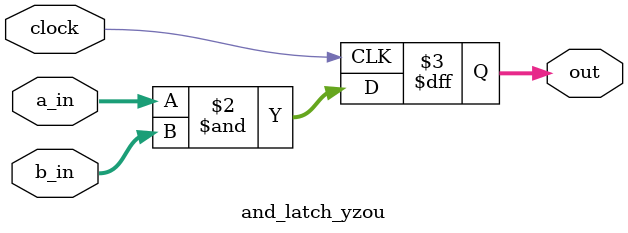
<source format=v>
module and_latch_yzou(
    clock,
	a_in,
	b_in,
	out
);

    // SIGNAL DECLARATIONS
    input	clock;
    input[2:0]	a_in;
    input[2:0]	b_in;

    output[2:0]	out;

    // ASSIGN STATEMENTS
    always @(posedge clock)
    begin
        out <= a_in & b_in;
    end

endmodule

</source>
